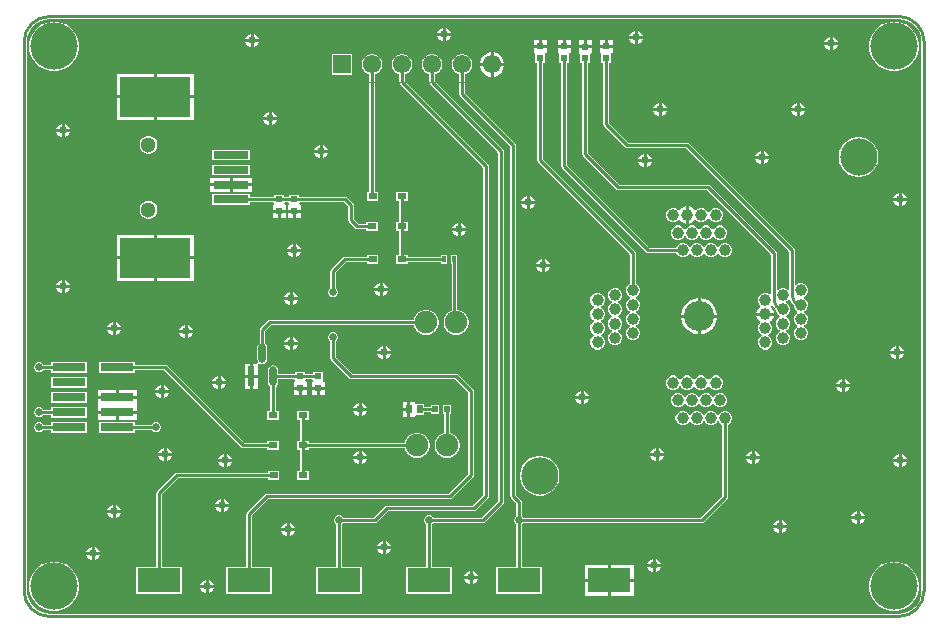
<source format=gtl>
G04*
G04 #@! TF.GenerationSoftware,Altium Limited,Altium Designer,21.3.2 (30)*
G04*
G04 Layer_Physical_Order=1*
G04 Layer_Color=255*
%FSLAX44Y44*%
%MOMM*%
G71*
G04*
G04 #@! TF.SameCoordinates,7BEB40AD-1A81-495B-ADFE-364E7EA3D76F*
G04*
G04*
G04 #@! TF.FilePolarity,Positive*
G04*
G01*
G75*
%ADD10C,0.2540*%
%ADD15C,0.0500*%
%ADD16R,0.6000X0.6000*%
%ADD17R,0.5000X0.7000*%
%ADD18R,0.5000X0.6000*%
%ADD19R,0.3100X0.5500*%
G04:AMPARAMS|DCode=20|XSize=1.6587mm|YSize=0.6268mm|CornerRadius=0.3134mm|HoleSize=0mm|Usage=FLASHONLY|Rotation=90.000|XOffset=0mm|YOffset=0mm|HoleType=Round|Shape=RoundedRectangle|*
%AMROUNDEDRECTD20*
21,1,1.6587,0.0000,0,0,90.0*
21,1,1.0319,0.6268,0,0,90.0*
1,1,0.6268,0.0000,0.5159*
1,1,0.6268,0.0000,-0.5159*
1,1,0.6268,0.0000,-0.5159*
1,1,0.6268,0.0000,0.5159*
%
%ADD20ROUNDEDRECTD20*%
%ADD21R,0.6268X1.6587*%
%ADD22R,0.8000X0.6000*%
%ADD23R,3.6500X2.0500*%
%ADD24R,3.0000X0.7000*%
%ADD25R,6.0400X3.4000*%
%ADD26R,2.7900X0.7400*%
%ADD42C,2.5499*%
%ADD43C,3.1501*%
%ADD44C,1.0000*%
%ADD45R,1.5500X1.5500*%
%ADD46C,1.5500*%
%ADD47C,1.3000*%
%ADD48C,1.9050*%
%ADD49C,4.0000*%
%ADD50C,0.6350*%
G36*
X998243Y759311D02*
X1001840Y758220D01*
X1005156Y756447D01*
X1008062Y754062D01*
X1010447Y751156D01*
X1012219Y747840D01*
X1013311Y744243D01*
X1013676Y740535D01*
X1013669Y740501D01*
Y275499D01*
X1013676Y275465D01*
X1013311Y271757D01*
X1012219Y268160D01*
X1010447Y264844D01*
X1008062Y261938D01*
X1005156Y259553D01*
X1001840Y257780D01*
X998243Y256689D01*
X994535Y256324D01*
X994501Y256331D01*
X276860D01*
X276804Y256320D01*
X272852Y256709D01*
X268997Y257878D01*
X265445Y259777D01*
X262332Y262332D01*
X259777Y265445D01*
X257878Y268997D01*
X256709Y272852D01*
X256320Y276804D01*
X256331Y276860D01*
Y740501D01*
X256324Y740535D01*
X256689Y744243D01*
X257780Y747840D01*
X259553Y751156D01*
X261938Y754062D01*
X264844Y756447D01*
X268160Y758220D01*
X271757Y759311D01*
X275465Y759676D01*
X275499Y759669D01*
X994501D01*
X994535Y759676D01*
X998243Y759311D01*
D02*
G37*
%LPC*%
G36*
X610870Y752420D02*
Y748030D01*
X615260D01*
X614445Y749997D01*
X612837Y751605D01*
X610870Y752420D01*
D02*
G37*
G36*
X608330D02*
X606363Y751605D01*
X604755Y749997D01*
X603940Y748030D01*
X608330D01*
Y752420D01*
D02*
G37*
G36*
X773430Y749880D02*
Y745490D01*
X777820D01*
X777005Y747457D01*
X775397Y749065D01*
X773430Y749880D01*
D02*
G37*
G36*
X770890D02*
X768923Y749065D01*
X767315Y747457D01*
X766500Y745490D01*
X770890D01*
Y749880D01*
D02*
G37*
G36*
X448310Y747340D02*
Y742950D01*
X452700D01*
X451885Y744917D01*
X450277Y746525D01*
X448310Y747340D01*
D02*
G37*
G36*
X445770D02*
X443803Y746525D01*
X442195Y744917D01*
X441380Y742950D01*
X445770D01*
Y747340D01*
D02*
G37*
G36*
X615260Y745490D02*
X610870D01*
Y741100D01*
X612837Y741915D01*
X614445Y743523D01*
X615260Y745490D01*
D02*
G37*
G36*
X608330D02*
X603940D01*
X604755Y743523D01*
X606363Y741915D01*
X608330Y741100D01*
Y745490D01*
D02*
G37*
G36*
X938530Y744800D02*
Y740410D01*
X942920D01*
X942105Y742377D01*
X940497Y743985D01*
X938530Y744800D01*
D02*
G37*
G36*
X935990D02*
X934023Y743985D01*
X932415Y742377D01*
X931600Y740410D01*
X935990D01*
Y744800D01*
D02*
G37*
G36*
X777820Y742950D02*
X773430D01*
Y738560D01*
X775397Y739375D01*
X777005Y740983D01*
X777820Y742950D01*
D02*
G37*
G36*
X770890D02*
X766500D01*
X767315Y740983D01*
X768923Y739375D01*
X770890Y738560D01*
Y742950D01*
D02*
G37*
G36*
X752300Y742140D02*
X748030D01*
Y737870D01*
X752300D01*
Y742140D01*
D02*
G37*
G36*
X696420D02*
X692150D01*
Y737870D01*
X696420D01*
Y742140D01*
D02*
G37*
G36*
X716740D02*
X712470D01*
Y737870D01*
X716740D01*
Y742140D01*
D02*
G37*
G36*
X709930D02*
X705660D01*
Y737870D01*
X709930D01*
Y742140D01*
D02*
G37*
G36*
X745490D02*
X741220D01*
Y737870D01*
X745490D01*
Y742140D01*
D02*
G37*
G36*
X689610D02*
X685340D01*
Y737870D01*
X689610D01*
Y742140D01*
D02*
G37*
G36*
X734520Y742060D02*
X730250D01*
Y737790D01*
X734520D01*
Y742060D01*
D02*
G37*
G36*
X727710D02*
X723440D01*
Y737790D01*
X727710D01*
Y742060D01*
D02*
G37*
G36*
X452700Y740410D02*
X448310D01*
Y736020D01*
X450277Y736835D01*
X451885Y738443D01*
X452700Y740410D01*
D02*
G37*
G36*
X445770D02*
X441380D01*
X442195Y738443D01*
X443803Y736835D01*
X445770Y736020D01*
Y740410D01*
D02*
G37*
G36*
X942920Y737870D02*
X938530D01*
Y733480D01*
X940497Y734295D01*
X942105Y735903D01*
X942920Y737870D01*
D02*
G37*
G36*
X935990D02*
X931600D01*
X932415Y735903D01*
X934023Y734295D01*
X935990Y733480D01*
Y737870D01*
D02*
G37*
G36*
X651595Y731650D02*
X651510D01*
Y722630D01*
X660530D01*
Y722715D01*
X659829Y725332D01*
X658474Y727678D01*
X656558Y729594D01*
X654212Y730949D01*
X651595Y731650D01*
D02*
G37*
G36*
X648970D02*
X648885D01*
X646268Y730949D01*
X643922Y729594D01*
X642006Y727678D01*
X640651Y725332D01*
X639950Y722715D01*
Y722630D01*
X648970D01*
Y731650D01*
D02*
G37*
G36*
X992670Y757616D02*
X988530D01*
X984470Y756808D01*
X980645Y755224D01*
X977203Y752924D01*
X974276Y749997D01*
X971976Y746555D01*
X970392Y742730D01*
X969584Y738670D01*
Y734530D01*
X970392Y730470D01*
X971976Y726645D01*
X974276Y723203D01*
X977203Y720276D01*
X980645Y717976D01*
X984470Y716392D01*
X988530Y715584D01*
X992670D01*
X996730Y716392D01*
X1000555Y717976D01*
X1003997Y720276D01*
X1006924Y723203D01*
X1009224Y726645D01*
X1010808Y730470D01*
X1011616Y734530D01*
Y738670D01*
X1010808Y742730D01*
X1009224Y746555D01*
X1006924Y749997D01*
X1003997Y752924D01*
X1000555Y755224D01*
X996730Y756808D01*
X992670Y757616D01*
D02*
G37*
G36*
X281470D02*
X277330D01*
X273270Y756808D01*
X269445Y755224D01*
X266003Y752924D01*
X263076Y749997D01*
X260776Y746555D01*
X259192Y742730D01*
X258384Y738670D01*
Y734530D01*
X259192Y730470D01*
X260776Y726645D01*
X263076Y723203D01*
X266003Y720276D01*
X269445Y717976D01*
X273270Y716392D01*
X277330Y715584D01*
X281470D01*
X285530Y716392D01*
X289355Y717976D01*
X292797Y720276D01*
X295724Y723203D01*
X298024Y726645D01*
X299608Y730470D01*
X300416Y734530D01*
Y738670D01*
X299608Y742730D01*
X298024Y746555D01*
X295724Y749997D01*
X292797Y752924D01*
X289355Y755224D01*
X285530Y756808D01*
X281470Y757616D01*
D02*
G37*
G36*
X532006Y730126D02*
X514474D01*
Y712594D01*
X532006D01*
Y730126D01*
D02*
G37*
G36*
X660530Y720090D02*
X651510D01*
Y711070D01*
X651595D01*
X654212Y711771D01*
X656558Y713126D01*
X658474Y715042D01*
X659829Y717388D01*
X660530Y720005D01*
Y720090D01*
D02*
G37*
G36*
X648970D02*
X639950D01*
Y720005D01*
X640651Y717388D01*
X642006Y715042D01*
X643922Y713126D01*
X646268Y711771D01*
X648885Y711070D01*
X648970D01*
Y720090D01*
D02*
G37*
G36*
X398000Y713350D02*
X366530D01*
Y695080D01*
X398000D01*
Y713350D01*
D02*
G37*
G36*
X363990D02*
X332520D01*
Y695080D01*
X363990D01*
Y713350D01*
D02*
G37*
G36*
X910590Y688920D02*
Y684530D01*
X914980D01*
X914165Y686497D01*
X912557Y688105D01*
X910590Y688920D01*
D02*
G37*
G36*
X908050D02*
X906083Y688105D01*
X904475Y686497D01*
X903660Y684530D01*
X908050D01*
Y688920D01*
D02*
G37*
G36*
X793750D02*
Y684530D01*
X798140D01*
X797325Y686497D01*
X795717Y688105D01*
X793750Y688920D01*
D02*
G37*
G36*
X791210D02*
X789243Y688105D01*
X787635Y686497D01*
X786820Y684530D01*
X791210D01*
Y688920D01*
D02*
G37*
G36*
X914980Y681990D02*
X910590D01*
Y677600D01*
X912557Y678415D01*
X914165Y680023D01*
X914980Y681990D01*
D02*
G37*
G36*
X908050D02*
X903660D01*
X904475Y680023D01*
X906083Y678415D01*
X908050Y677600D01*
Y681990D01*
D02*
G37*
G36*
X798140D02*
X793750D01*
Y677600D01*
X795717Y678415D01*
X797325Y680023D01*
X798140Y681990D01*
D02*
G37*
G36*
X791210D02*
X786820D01*
X787635Y680023D01*
X789243Y678415D01*
X791210Y677600D01*
Y681990D01*
D02*
G37*
G36*
X463550Y681300D02*
Y676910D01*
X467940D01*
X467125Y678877D01*
X465517Y680485D01*
X463550Y681300D01*
D02*
G37*
G36*
X461010D02*
X459043Y680485D01*
X457435Y678877D01*
X456620Y676910D01*
X461010D01*
Y681300D01*
D02*
G37*
G36*
X398000Y692540D02*
X366530D01*
Y674270D01*
X398000D01*
Y692540D01*
D02*
G37*
G36*
X363990D02*
X332520D01*
Y674270D01*
X363990D01*
Y692540D01*
D02*
G37*
G36*
X467940Y674370D02*
X463550D01*
Y669980D01*
X465517Y670795D01*
X467125Y672403D01*
X467940Y674370D01*
D02*
G37*
G36*
X461010D02*
X456620D01*
X457435Y672403D01*
X459043Y670795D01*
X461010Y669980D01*
Y674370D01*
D02*
G37*
G36*
X288290Y671140D02*
Y666750D01*
X292680D01*
X291865Y668717D01*
X290257Y670325D01*
X288290Y671140D01*
D02*
G37*
G36*
X285750D02*
X283783Y670325D01*
X282175Y668717D01*
X281360Y666750D01*
X285750D01*
Y671140D01*
D02*
G37*
G36*
X292680Y664210D02*
X288290D01*
Y659820D01*
X290257Y660635D01*
X291865Y662243D01*
X292680Y664210D01*
D02*
G37*
G36*
X285750D02*
X281360D01*
X282175Y662243D01*
X283783Y660635D01*
X285750Y659820D01*
Y664210D01*
D02*
G37*
G36*
X506730Y653360D02*
Y648970D01*
X511120D01*
X510305Y650937D01*
X508697Y652545D01*
X506730Y653360D01*
D02*
G37*
G36*
X504190D02*
X502223Y652545D01*
X500615Y650937D01*
X499800Y648970D01*
X504190D01*
Y653360D01*
D02*
G37*
G36*
X360249Y660826D02*
X358270D01*
X356359Y660314D01*
X354645Y659324D01*
X353246Y657925D01*
X352256Y656211D01*
X351744Y654299D01*
Y652320D01*
X352256Y650409D01*
X353246Y648695D01*
X354645Y647296D01*
X356359Y646306D01*
X358270Y645794D01*
X360249D01*
X362161Y646306D01*
X363875Y647296D01*
X365274Y648695D01*
X366264Y650409D01*
X366776Y652320D01*
Y654299D01*
X366264Y656211D01*
X365274Y657925D01*
X363875Y659324D01*
X362161Y660314D01*
X360249Y660826D01*
D02*
G37*
G36*
X880110Y648280D02*
Y643890D01*
X884500D01*
X883685Y645857D01*
X882077Y647465D01*
X880110Y648280D01*
D02*
G37*
G36*
X877570D02*
X875603Y647465D01*
X873995Y645857D01*
X873180Y643890D01*
X877570D01*
Y648280D01*
D02*
G37*
G36*
X511120Y646430D02*
X506730D01*
Y642040D01*
X508697Y642855D01*
X510305Y644463D01*
X511120Y646430D01*
D02*
G37*
G36*
X504190D02*
X499800D01*
X500615Y644463D01*
X502223Y642855D01*
X504190Y642040D01*
Y646430D01*
D02*
G37*
G36*
X781050Y645740D02*
Y641350D01*
X785440D01*
X784625Y643317D01*
X783017Y644925D01*
X781050Y645740D01*
D02*
G37*
G36*
X778510D02*
X776543Y644925D01*
X774935Y643317D01*
X774120Y641350D01*
X778510D01*
Y645740D01*
D02*
G37*
G36*
X445276Y649076D02*
X413244D01*
Y640044D01*
X445276D01*
Y649076D01*
D02*
G37*
G36*
X884500Y641350D02*
X880110D01*
Y636960D01*
X882077Y637775D01*
X883685Y639383D01*
X884500Y641350D01*
D02*
G37*
G36*
X877570D02*
X873180D01*
X873995Y639383D01*
X875603Y637775D01*
X877570Y636960D01*
Y641350D01*
D02*
G37*
G36*
X785440Y638810D02*
X781050D01*
Y634420D01*
X783017Y635235D01*
X784625Y636843D01*
X785440Y638810D01*
D02*
G37*
G36*
X778510D02*
X774120D01*
X774935Y636843D01*
X776543Y635235D01*
X778510Y634420D01*
Y638810D01*
D02*
G37*
G36*
X445276Y636576D02*
X413244D01*
Y627544D01*
X445276D01*
Y636576D01*
D02*
G37*
G36*
X962152Y659765D02*
X958850D01*
X955610Y659121D01*
X952559Y657857D01*
X949813Y656022D01*
X947478Y653687D01*
X945643Y650940D01*
X944379Y647889D01*
X943735Y644650D01*
Y641347D01*
X944379Y638108D01*
X945643Y635056D01*
X947478Y632310D01*
X949813Y629975D01*
X952559Y628140D01*
X955610Y626876D01*
X958850Y626232D01*
X962152D01*
X965392Y626876D01*
X968443Y628140D01*
X971189Y629975D01*
X973524Y632310D01*
X975359Y635056D01*
X976623Y638108D01*
X977268Y641347D01*
Y644650D01*
X976623Y647889D01*
X975359Y650940D01*
X973524Y653687D01*
X971189Y656022D01*
X968443Y657857D01*
X965392Y659121D01*
X962152Y659765D01*
D02*
G37*
G36*
X446800Y625600D02*
X430530D01*
Y620830D01*
X446800D01*
Y625600D01*
D02*
G37*
G36*
X427990D02*
X411720D01*
Y620830D01*
X427990D01*
Y625600D01*
D02*
G37*
G36*
X446800Y618290D02*
X430530D01*
Y613520D01*
X446800D01*
Y618290D01*
D02*
G37*
G36*
X427990D02*
X411720D01*
Y613520D01*
X427990D01*
Y618290D01*
D02*
G37*
G36*
X996950Y612720D02*
Y608330D01*
X1001340D01*
X1000525Y610297D01*
X998917Y611905D01*
X996950Y612720D01*
D02*
G37*
G36*
X994410D02*
X992443Y611905D01*
X990835Y610297D01*
X990020Y608330D01*
X994410D01*
Y612720D01*
D02*
G37*
G36*
X681990Y610180D02*
Y605790D01*
X686380D01*
X685565Y607757D01*
X683957Y609365D01*
X681990Y610180D01*
D02*
G37*
G36*
X679450D02*
X677483Y609365D01*
X675875Y607757D01*
X675060Y605790D01*
X679450D01*
Y610180D01*
D02*
G37*
G36*
X549794Y730126D02*
X547486D01*
X545256Y729529D01*
X543258Y728374D01*
X541626Y726742D01*
X540471Y724744D01*
X539874Y722514D01*
Y720206D01*
X540471Y717976D01*
X541626Y715978D01*
X543258Y714345D01*
X545256Y713191D01*
X546309Y712909D01*
Y613616D01*
X544024D01*
Y605584D01*
X554056D01*
Y613616D01*
X550971D01*
Y712909D01*
X552024Y713191D01*
X554022Y714345D01*
X555654Y715978D01*
X556809Y717976D01*
X557406Y720206D01*
Y722514D01*
X556809Y724744D01*
X555654Y726742D01*
X554022Y728374D01*
X552024Y729529D01*
X549794Y730126D01*
D02*
G37*
G36*
X1001340Y605790D02*
X996950D01*
Y601400D01*
X998917Y602215D01*
X1000525Y603823D01*
X1001340Y605790D01*
D02*
G37*
G36*
X994410D02*
X990020D01*
X990835Y603823D01*
X992443Y602215D01*
X994410Y601400D01*
Y605790D01*
D02*
G37*
G36*
X686380Y603250D02*
X681990D01*
Y598860D01*
X683957Y599675D01*
X685565Y601283D01*
X686380Y603250D01*
D02*
G37*
G36*
X679450D02*
X675060D01*
X675875Y601283D01*
X677483Y599675D01*
X679450Y598860D01*
Y603250D01*
D02*
G37*
G36*
X814230Y601465D02*
X812590Y601026D01*
X810870Y600033D01*
X809466Y598629D01*
X809360Y598444D01*
X807773Y598236D01*
X806909Y599099D01*
X804698Y600015D01*
X802304D01*
X800093Y599099D01*
X798401Y597407D01*
X797485Y595196D01*
Y592803D01*
X798401Y590592D01*
X800093Y588899D01*
X802304Y587983D01*
X804698D01*
X806909Y588899D01*
X807773Y589763D01*
X809360Y589554D01*
X809466Y589370D01*
X810870Y587966D01*
X812590Y586973D01*
X814230Y586534D01*
Y593999D01*
Y601465D01*
D02*
G37*
G36*
X488140Y595790D02*
X483870D01*
Y591520D01*
X488140D01*
Y595790D01*
D02*
G37*
G36*
X481330D02*
X477060D01*
Y591520D01*
X481330D01*
Y595790D01*
D02*
G37*
G36*
X475440D02*
X471170D01*
Y591520D01*
X475440D01*
Y595790D01*
D02*
G37*
G36*
X468630D02*
X464360D01*
Y591520D01*
X468630D01*
Y595790D01*
D02*
G37*
G36*
X360249Y605826D02*
X358270D01*
X356359Y605314D01*
X354645Y604324D01*
X353246Y602925D01*
X352256Y601211D01*
X351744Y599300D01*
Y597321D01*
X352256Y595409D01*
X353246Y593695D01*
X354645Y592296D01*
X356359Y591306D01*
X358270Y590794D01*
X360249D01*
X362161Y591306D01*
X363875Y592296D01*
X365274Y593695D01*
X366264Y595409D01*
X366776Y597321D01*
Y599300D01*
X366264Y601211D01*
X365274Y602925D01*
X363875Y604324D01*
X362161Y605314D01*
X360249Y605826D01*
D02*
G37*
G36*
X816770Y601465D02*
Y593999D01*
Y586534D01*
X818410Y586973D01*
X820130Y587966D01*
X821534Y589370D01*
X821641Y589556D01*
X823228Y589765D01*
X824094Y588899D01*
X826305Y587983D01*
X828698D01*
X830909Y588899D01*
X832602Y590592D01*
X832866Y591230D01*
X834136D01*
X834400Y590592D01*
X836093Y588899D01*
X838304Y587983D01*
X840697D01*
X842908Y588899D01*
X844601Y590592D01*
X845517Y592803D01*
Y595196D01*
X844601Y597407D01*
X842908Y599099D01*
X840697Y600015D01*
X838304D01*
X836093Y599099D01*
X834400Y597407D01*
X834136Y596769D01*
X832866D01*
X832602Y597407D01*
X830909Y599099D01*
X828698Y600015D01*
X826305D01*
X824094Y599099D01*
X823228Y598234D01*
X821641Y598443D01*
X821534Y598629D01*
X820130Y600033D01*
X818410Y601026D01*
X816770Y601465D01*
D02*
G37*
G36*
X623570Y587320D02*
Y582930D01*
X627960D01*
X627145Y584897D01*
X625537Y586505D01*
X623570Y587320D01*
D02*
G37*
G36*
X621030D02*
X619063Y586505D01*
X617455Y584897D01*
X616640Y582930D01*
X621030D01*
Y587320D01*
D02*
G37*
G36*
X844698Y585014D02*
X842304D01*
X840093Y584098D01*
X838401Y582406D01*
X838135Y581765D01*
X836865D01*
X836600Y582406D01*
X834907Y584098D01*
X832696Y585014D01*
X830303D01*
X828092Y584098D01*
X826399Y582406D01*
X826135Y581768D01*
X824865D01*
X824601Y582406D01*
X822908Y584098D01*
X820697Y585014D01*
X818304D01*
X816093Y584098D01*
X814400Y582406D01*
X814136Y581768D01*
X812866D01*
X812602Y582406D01*
X810909Y584098D01*
X808698Y585014D01*
X806305D01*
X804094Y584098D01*
X802401Y582406D01*
X801486Y580195D01*
Y577801D01*
X802401Y575590D01*
X804094Y573898D01*
X806305Y572982D01*
X808698D01*
X810909Y573898D01*
X812602Y575590D01*
X812866Y576228D01*
X814136D01*
X814400Y575590D01*
X816093Y573898D01*
X818304Y572982D01*
X820697D01*
X822908Y573898D01*
X824601Y575590D01*
X824865Y576228D01*
X826135D01*
X826399Y575590D01*
X828092Y573898D01*
X830303Y572982D01*
X832696D01*
X834907Y573898D01*
X836600Y575590D01*
X836865Y576232D01*
X838135D01*
X838401Y575590D01*
X840093Y573898D01*
X842304Y572982D01*
X844698D01*
X846909Y573898D01*
X848601Y575590D01*
X849517Y577801D01*
Y580195D01*
X848601Y582406D01*
X846909Y584098D01*
X844698Y585014D01*
D02*
G37*
G36*
X445276Y611576D02*
X413244D01*
Y602544D01*
X445276D01*
Y604729D01*
X464986D01*
X465496Y604219D01*
X465297Y602804D01*
X464798Y602600D01*
X464360D01*
Y598330D01*
X469900D01*
X475440D01*
Y602600D01*
X475002D01*
X474503Y602804D01*
X474304Y604219D01*
X474814Y604729D01*
X477686D01*
X478196Y604219D01*
X477997Y602804D01*
X477498Y602600D01*
X477060D01*
Y598330D01*
X482600D01*
X488140D01*
Y602600D01*
X487702D01*
X487203Y602804D01*
X487004Y604219D01*
X487514Y604729D01*
X524815D01*
X528529Y601015D01*
Y589280D01*
X528707Y588388D01*
X529212Y587632D01*
X534292Y582552D01*
X535048Y582047D01*
X535940Y581869D01*
X543624D01*
Y580184D01*
X553656D01*
Y588216D01*
X543624D01*
Y586531D01*
X536906D01*
X533191Y590246D01*
Y601980D01*
X533013Y602872D01*
X532508Y603628D01*
X527428Y608708D01*
X526672Y609213D01*
X525780Y609391D01*
X486616D01*
Y611076D01*
X478584D01*
Y609391D01*
X473916D01*
Y611076D01*
X465884D01*
Y609391D01*
X445276D01*
Y611576D01*
D02*
G37*
G36*
X627960Y580390D02*
X623570D01*
Y576000D01*
X625537Y576815D01*
X627145Y578423D01*
X627960Y580390D01*
D02*
G37*
G36*
X621030D02*
X616640D01*
X617455Y578423D01*
X619063Y576815D01*
X621030Y576000D01*
Y580390D01*
D02*
G37*
G36*
X483870Y569540D02*
Y565150D01*
X488260D01*
X487445Y567117D01*
X485837Y568725D01*
X483870Y569540D01*
D02*
G37*
G36*
X481330D02*
X479363Y568725D01*
X477755Y567117D01*
X476940Y565150D01*
X481330D01*
Y569540D01*
D02*
G37*
G36*
X398000Y577350D02*
X366530D01*
Y559080D01*
X398000D01*
Y577350D01*
D02*
G37*
G36*
X363990D02*
X332520D01*
Y559080D01*
X363990D01*
Y577350D01*
D02*
G37*
G36*
X488260Y562610D02*
X483870D01*
Y558220D01*
X485837Y559035D01*
X487445Y560643D01*
X488260Y562610D01*
D02*
G37*
G36*
X481330D02*
X476940D01*
X477755Y560643D01*
X479363Y559035D01*
X481330Y558220D01*
Y562610D01*
D02*
G37*
G36*
X716740Y735330D02*
X711200D01*
X705660D01*
Y731060D01*
X706098D01*
X707184Y730616D01*
X707184Y729790D01*
Y722584D01*
X708869D01*
Y635000D01*
X709047Y634108D01*
X709552Y633352D01*
X780553Y562351D01*
X781309Y561846D01*
X782201Y561669D01*
X805953D01*
X806399Y560592D01*
X808092Y558899D01*
X810303Y557983D01*
X812696D01*
X814907Y558899D01*
X816600Y560592D01*
X816865Y561233D01*
X818135D01*
X818401Y560592D01*
X820093Y558899D01*
X822304Y557983D01*
X824698D01*
X826909Y558899D01*
X828601Y560592D01*
X828866Y561230D01*
X830135D01*
X830400Y560592D01*
X832092Y558899D01*
X834303Y557983D01*
X836697D01*
X838908Y558899D01*
X840600Y560592D01*
X840866Y561233D01*
X842136D01*
X842401Y560592D01*
X844094Y558899D01*
X846305Y557983D01*
X848698D01*
X850909Y558899D01*
X852602Y560592D01*
X853518Y562803D01*
Y565196D01*
X852602Y567407D01*
X850909Y569100D01*
X848698Y570015D01*
X846305D01*
X844094Y569100D01*
X842401Y567407D01*
X842136Y566766D01*
X840866D01*
X840600Y567407D01*
X838908Y569100D01*
X836697Y570015D01*
X834303D01*
X832092Y569100D01*
X830400Y567407D01*
X830135Y566769D01*
X828866D01*
X828601Y567407D01*
X826909Y569100D01*
X824698Y570015D01*
X822304D01*
X820093Y569100D01*
X818401Y567407D01*
X818135Y566766D01*
X816865D01*
X816600Y567407D01*
X814907Y569100D01*
X812696Y570015D01*
X810303D01*
X808092Y569100D01*
X806399Y567407D01*
X805953Y566330D01*
X783166D01*
X713531Y635965D01*
Y722584D01*
X715216D01*
X715216Y730616D01*
X716302Y731060D01*
X716740D01*
Y735330D01*
D02*
G37*
G36*
X579056Y613616D02*
X569024D01*
Y605584D01*
X571309D01*
Y588216D01*
X568624D01*
Y580184D01*
X571309D01*
Y560276D01*
X569024D01*
Y552244D01*
X579056D01*
Y553929D01*
X607034D01*
Y552494D01*
X612166D01*
Y560026D01*
X607034D01*
Y558591D01*
X579056D01*
Y560276D01*
X575971D01*
Y580184D01*
X578656D01*
Y588216D01*
X575971D01*
Y605584D01*
X579056D01*
Y613616D01*
D02*
G37*
G36*
X694690Y556840D02*
Y552450D01*
X699080D01*
X698265Y554417D01*
X696657Y556025D01*
X694690Y556840D01*
D02*
G37*
G36*
X692150D02*
X690183Y556025D01*
X688575Y554417D01*
X687760Y552450D01*
X692150D01*
Y556840D01*
D02*
G37*
G36*
X554056Y560276D02*
X544024D01*
Y558591D01*
X525780D01*
X524888Y558413D01*
X524132Y557908D01*
X513972Y547748D01*
X513467Y546992D01*
X513289Y546100D01*
Y531891D01*
X513246Y531873D01*
X512067Y530694D01*
X511429Y529154D01*
Y527486D01*
X512067Y525946D01*
X513246Y524767D01*
X514786Y524129D01*
X516454D01*
X517994Y524767D01*
X519173Y525946D01*
X519811Y527486D01*
Y529154D01*
X519173Y530694D01*
X517994Y531873D01*
X517951Y531891D01*
Y545135D01*
X526745Y553929D01*
X544024D01*
Y552244D01*
X554056D01*
Y560276D01*
D02*
G37*
G36*
X699080Y549910D02*
X694690D01*
Y545520D01*
X696657Y546335D01*
X698265Y547943D01*
X699080Y549910D01*
D02*
G37*
G36*
X692150D02*
X687760D01*
X688575Y547943D01*
X690183Y546335D01*
X692150Y545520D01*
Y549910D01*
D02*
G37*
G36*
X398000Y556540D02*
X366530D01*
Y538270D01*
X398000D01*
Y556540D01*
D02*
G37*
G36*
X363990D02*
X332520D01*
Y538270D01*
X363990D01*
Y556540D01*
D02*
G37*
G36*
X288290Y539060D02*
Y534670D01*
X292680D01*
X291865Y536637D01*
X290257Y538245D01*
X288290Y539060D01*
D02*
G37*
G36*
X285750D02*
X283783Y538245D01*
X282175Y536637D01*
X281360Y534670D01*
X285750D01*
Y539060D01*
D02*
G37*
G36*
X557530Y536520D02*
Y532130D01*
X561920D01*
X561105Y534097D01*
X559497Y535705D01*
X557530Y536520D01*
D02*
G37*
G36*
X554990D02*
X553023Y535705D01*
X551415Y534097D01*
X550600Y532130D01*
X554990D01*
Y536520D01*
D02*
G37*
G36*
X752300Y735330D02*
X746760D01*
X741220D01*
Y731060D01*
X741658D01*
X742744Y730616D01*
X742744Y729790D01*
Y722584D01*
X744429D01*
Y670560D01*
X744607Y669668D01*
X745112Y668912D01*
X762892Y651132D01*
X763648Y650627D01*
X764540Y650449D01*
X814375D01*
X901909Y562915D01*
Y530894D01*
X901476Y530582D01*
X900870Y530407D01*
X900618Y530389D01*
X899908Y531099D01*
X897697Y532014D01*
X895304D01*
X893093Y531099D01*
X892601Y530606D01*
X891331Y531133D01*
Y561340D01*
X891153Y562232D01*
X890648Y562988D01*
X834768Y618868D01*
X834012Y619373D01*
X833120Y619551D01*
X757885D01*
X731311Y646125D01*
Y722504D01*
X732996D01*
X732996Y730536D01*
X734082Y730980D01*
X734520D01*
Y735250D01*
X728980D01*
X723440D01*
Y730980D01*
X723878D01*
X724964Y730536D01*
X724964Y729710D01*
Y722504D01*
X726649D01*
Y645160D01*
X726827Y644268D01*
X727332Y643512D01*
X755272Y615572D01*
X756028Y615067D01*
X756920Y614889D01*
X832155D01*
X886669Y560375D01*
Y527132D01*
X885399Y526606D01*
X884907Y527098D01*
X882696Y528014D01*
X880303D01*
X878092Y527098D01*
X876399Y525406D01*
X875483Y523195D01*
Y520801D01*
X876399Y518590D01*
X877263Y517726D01*
X877054Y516139D01*
X876870Y516032D01*
X875466Y514629D01*
X874473Y512909D01*
X874034Y511269D01*
X888965D01*
X888526Y512909D01*
X887533Y514629D01*
X886476Y515685D01*
X886396Y517046D01*
X886418Y517130D01*
X887846Y516821D01*
X887952Y516565D01*
X889521Y514520D01*
X890485Y513781D01*
Y512803D01*
X891401Y510592D01*
X893093Y508899D01*
X893734Y508634D01*
Y507364D01*
X893093Y507098D01*
X891401Y505406D01*
X890485Y503195D01*
Y500801D01*
X891401Y498590D01*
X893093Y496898D01*
X893731Y496633D01*
Y495364D01*
X893093Y495099D01*
X891401Y493407D01*
X890485Y491196D01*
Y488802D01*
X891401Y486591D01*
X893093Y484899D01*
X895304Y483983D01*
X897697D01*
X899908Y484899D01*
X901601Y486591D01*
X902517Y488802D01*
Y491196D01*
X901601Y493407D01*
X899908Y495099D01*
X899270Y495364D01*
Y496633D01*
X899908Y496898D01*
X901601Y498590D01*
X902517Y500801D01*
Y503195D01*
X901601Y505406D01*
X899908Y507098D01*
X899267Y507364D01*
Y508634D01*
X899908Y508899D01*
X901601Y510592D01*
X902517Y512803D01*
Y515196D01*
X901601Y517407D01*
X899908Y519100D01*
X899270Y519364D01*
Y520634D01*
X899908Y520898D01*
X901105Y522094D01*
X902572Y521870D01*
X903162Y520447D01*
X904692Y518452D01*
X905486Y517843D01*
Y516803D01*
X906402Y514592D01*
X908094Y512900D01*
X908735Y512634D01*
Y511364D01*
X908094Y511099D01*
X906402Y509406D01*
X905486Y507195D01*
Y504802D01*
X906402Y502591D01*
X908094Y500898D01*
X908732Y500634D01*
Y499364D01*
X908094Y499100D01*
X906402Y497407D01*
X905486Y495196D01*
Y492803D01*
X906402Y490592D01*
X908094Y488899D01*
X910305Y487984D01*
X912699D01*
X914910Y488899D01*
X916602Y490592D01*
X917518Y492803D01*
Y495196D01*
X916602Y497407D01*
X914910Y499100D01*
X914271Y499364D01*
Y500634D01*
X914910Y500898D01*
X916602Y502591D01*
X917518Y504802D01*
Y507195D01*
X916602Y509406D01*
X914910Y511099D01*
X914268Y511364D01*
Y512634D01*
X914910Y512900D01*
X916602Y514592D01*
X917518Y516803D01*
Y519197D01*
X916602Y521408D01*
X914910Y523100D01*
X914271Y523364D01*
Y524635D01*
X914910Y524899D01*
X916602Y526591D01*
X917518Y528802D01*
Y531196D01*
X916602Y533407D01*
X914910Y535099D01*
X912699Y536015D01*
X910305D01*
X908094Y535099D01*
X907744Y534749D01*
X906571Y535235D01*
Y563880D01*
X906393Y564772D01*
X905888Y565528D01*
X816988Y654428D01*
X816232Y654933D01*
X815340Y655111D01*
X765506D01*
X749091Y671525D01*
Y722584D01*
X750776D01*
X750776Y730616D01*
X751862Y731060D01*
X752300D01*
Y735330D01*
D02*
G37*
G36*
X292680Y532130D02*
X288290D01*
Y527740D01*
X290257Y528555D01*
X291865Y530163D01*
X292680Y532130D01*
D02*
G37*
G36*
X285750D02*
X281360D01*
X282175Y530163D01*
X283783Y528555D01*
X285750Y527740D01*
Y532130D01*
D02*
G37*
G36*
X561920Y529590D02*
X557530D01*
Y525200D01*
X559497Y526015D01*
X561105Y527623D01*
X561920Y529590D01*
D02*
G37*
G36*
X554990D02*
X550600D01*
X551415Y527623D01*
X553023Y526015D01*
X554990Y525200D01*
Y529590D01*
D02*
G37*
G36*
X481330Y528900D02*
Y524510D01*
X485720D01*
X484905Y526477D01*
X483297Y528085D01*
X481330Y528900D01*
D02*
G37*
G36*
X478790D02*
X476823Y528085D01*
X475215Y526477D01*
X474400Y524510D01*
X478790D01*
Y528900D01*
D02*
G37*
G36*
X485720Y521970D02*
X481330D01*
Y517580D01*
X483297Y518395D01*
X484905Y520003D01*
X485720Y521970D01*
D02*
G37*
G36*
X478790D02*
X474400D01*
X475215Y520003D01*
X476823Y518395D01*
X478790Y517580D01*
Y521970D01*
D02*
G37*
G36*
X827006Y523289D02*
X826770D01*
Y509270D01*
X840789D01*
Y509506D01*
X840202Y512460D01*
X839049Y515242D01*
X837376Y517747D01*
X835247Y519876D01*
X832742Y521549D01*
X829960Y522702D01*
X827006Y523289D01*
D02*
G37*
G36*
X824230D02*
X823994D01*
X821040Y522702D01*
X818258Y521549D01*
X815753Y519876D01*
X813624Y517747D01*
X811951Y515242D01*
X810798Y512460D01*
X810210Y509506D01*
Y509270D01*
X824230D01*
Y523289D01*
D02*
G37*
G36*
X331470Y503500D02*
Y499110D01*
X335860D01*
X335045Y501077D01*
X333437Y502685D01*
X331470Y503500D01*
D02*
G37*
G36*
X328930D02*
X326963Y502685D01*
X325355Y501077D01*
X324540Y499110D01*
X328930D01*
Y503500D01*
D02*
G37*
G36*
X392430Y500960D02*
Y496570D01*
X396820D01*
X396005Y498537D01*
X394397Y500145D01*
X392430Y500960D01*
D02*
G37*
G36*
X389890D02*
X387923Y500145D01*
X386315Y498537D01*
X385500Y496570D01*
X389890D01*
Y500960D01*
D02*
G37*
G36*
X840789Y506730D02*
X826770D01*
Y492710D01*
X827006D01*
X829960Y493298D01*
X832742Y494451D01*
X835247Y496124D01*
X837376Y498254D01*
X839049Y500758D01*
X840202Y503540D01*
X840789Y506494D01*
Y506730D01*
D02*
G37*
G36*
X824230D02*
X810210D01*
Y506494D01*
X810798Y503540D01*
X811951Y500758D01*
X813624Y498254D01*
X815753Y496124D01*
X818258Y494451D01*
X821040Y493298D01*
X823994Y492710D01*
X824230D01*
Y506730D01*
D02*
G37*
G36*
X620566Y560026D02*
X615434D01*
Y552494D01*
X615949D01*
Y512812D01*
X615691Y512743D01*
X613288Y511355D01*
X611325Y509392D01*
X609937Y506989D01*
X609219Y504308D01*
Y501532D01*
X609937Y498851D01*
X611325Y496448D01*
X613288Y494485D01*
X615691Y493097D01*
X618372Y492379D01*
X621148D01*
X623829Y493097D01*
X626232Y494485D01*
X628195Y496448D01*
X629583Y498851D01*
X630301Y501532D01*
Y504308D01*
X629583Y506989D01*
X628195Y509392D01*
X626232Y511355D01*
X623829Y512743D01*
X621148Y513461D01*
X620611D01*
Y555980D01*
X620566Y556205D01*
Y560026D01*
D02*
G37*
G36*
X595748Y513461D02*
X592972D01*
X590291Y512743D01*
X587888Y511355D01*
X585925Y509392D01*
X584537Y506989D01*
X584072Y505251D01*
X462280D01*
X461388Y505073D01*
X460632Y504568D01*
X454022Y497958D01*
X453517Y497202D01*
X453339Y496310D01*
Y485327D01*
X452678Y484886D01*
X451761Y483513D01*
X451438Y481894D01*
Y471575D01*
X451761Y469955D01*
X452197Y469302D01*
X451517Y468034D01*
X451216Y468034D01*
Y468034D01*
X451196Y468034D01*
X447790D01*
Y458470D01*
X452194D01*
X452194Y467044D01*
Y467071D01*
Y467071D01*
X452194Y467378D01*
X453451Y468066D01*
X454051Y467665D01*
X455670Y467343D01*
X457289Y467665D01*
X458662Y468583D01*
X459579Y469955D01*
X459902Y471575D01*
Y481894D01*
X459579Y483513D01*
X458662Y484886D01*
X458001Y485327D01*
Y495345D01*
X463245Y500589D01*
X584072D01*
X584537Y498851D01*
X585925Y496448D01*
X587888Y494485D01*
X590291Y493097D01*
X592972Y492379D01*
X595748D01*
X598429Y493097D01*
X600832Y494485D01*
X602795Y496448D01*
X604183Y498851D01*
X604901Y501532D01*
Y504308D01*
X604183Y506989D01*
X602795Y509392D01*
X600832Y511355D01*
X598429Y512743D01*
X595748Y513461D01*
D02*
G37*
G36*
X335860Y496570D02*
X331470D01*
Y492180D01*
X333437Y492995D01*
X335045Y494603D01*
X335860Y496570D01*
D02*
G37*
G36*
X328930D02*
X324540D01*
X325355Y494603D01*
X326963Y492995D01*
X328930Y492180D01*
Y496570D01*
D02*
G37*
G36*
X396820Y494030D02*
X392430D01*
Y489640D01*
X394397Y490455D01*
X396005Y492063D01*
X396820Y494030D01*
D02*
G37*
G36*
X389890D02*
X385500D01*
X386315Y492063D01*
X387923Y490455D01*
X389890Y489640D01*
Y494030D01*
D02*
G37*
G36*
X696420Y735330D02*
X690880D01*
X685340D01*
Y731060D01*
X685778D01*
X686864Y730616D01*
X686864Y729790D01*
Y722584D01*
X688549D01*
Y640080D01*
X688727Y639188D01*
X689232Y638432D01*
X767289Y560375D01*
Y535595D01*
X766093Y535099D01*
X764400Y533407D01*
X763485Y531196D01*
Y528802D01*
X764400Y526591D01*
X766093Y524899D01*
X766731Y524635D01*
Y523364D01*
X766093Y523100D01*
X764400Y521408D01*
X763485Y519197D01*
Y516803D01*
X764400Y514592D01*
X766093Y512900D01*
X766734Y512634D01*
Y511364D01*
X766093Y511099D01*
X764400Y509406D01*
X763485Y507195D01*
Y504802D01*
X764400Y502591D01*
X766093Y500898D01*
X766731Y500634D01*
Y499364D01*
X766093Y499100D01*
X764400Y497407D01*
X763485Y495196D01*
Y492803D01*
X764400Y490592D01*
X766093Y488899D01*
X768304Y487984D01*
X770697D01*
X772908Y488899D01*
X774601Y490592D01*
X775517Y492803D01*
Y495196D01*
X774601Y497407D01*
X772908Y499100D01*
X772270Y499364D01*
Y500634D01*
X772908Y500898D01*
X774601Y502591D01*
X775517Y504802D01*
Y507195D01*
X774601Y509406D01*
X772908Y511099D01*
X772267Y511364D01*
Y512634D01*
X772908Y512900D01*
X774601Y514592D01*
X775517Y516803D01*
Y519197D01*
X774601Y521408D01*
X772908Y523100D01*
X772270Y523364D01*
Y524635D01*
X772908Y524899D01*
X774601Y526591D01*
X775517Y528802D01*
Y531196D01*
X774601Y533407D01*
X772908Y535099D01*
X771951Y535496D01*
Y561340D01*
X771773Y562232D01*
X771268Y562988D01*
X693211Y641045D01*
Y722584D01*
X694896D01*
X694896Y730616D01*
X695982Y731060D01*
X696420D01*
Y735330D01*
D02*
G37*
G36*
X481330Y490800D02*
Y486410D01*
X485720D01*
X484905Y488377D01*
X483297Y489985D01*
X481330Y490800D01*
D02*
G37*
G36*
X478790D02*
X476823Y489985D01*
X475215Y488377D01*
X474400Y486410D01*
X478790D01*
Y490800D01*
D02*
G37*
G36*
X755696Y532014D02*
X753303D01*
X751092Y531099D01*
X749399Y529406D01*
X748483Y527195D01*
Y524802D01*
X749399Y522591D01*
X751092Y520898D01*
X751730Y520634D01*
Y519364D01*
X751092Y519100D01*
X749399Y517407D01*
X748483Y515196D01*
Y512803D01*
X749399Y510592D01*
X751092Y508899D01*
X751733Y508634D01*
Y507364D01*
X751092Y507098D01*
X749399Y505406D01*
X748483Y503195D01*
Y500801D01*
X749399Y498590D01*
X751092Y496898D01*
X751730Y496633D01*
Y495364D01*
X751092Y495099D01*
X749399Y493407D01*
X748483Y491196D01*
Y488802D01*
X749399Y486591D01*
X751092Y484899D01*
X753303Y483983D01*
X755696D01*
X757907Y484899D01*
X759600Y486591D01*
X760515Y488802D01*
Y491196D01*
X759600Y493407D01*
X757907Y495099D01*
X757269Y495364D01*
Y496633D01*
X757907Y496898D01*
X759600Y498590D01*
X760515Y500801D01*
Y503195D01*
X759600Y505406D01*
X757907Y507098D01*
X757266Y507364D01*
Y508634D01*
X757907Y508899D01*
X759600Y510592D01*
X760515Y512803D01*
Y515196D01*
X759600Y517407D01*
X757907Y519100D01*
X757269Y519364D01*
Y520634D01*
X757907Y520898D01*
X759600Y522591D01*
X760515Y524802D01*
Y527195D01*
X759600Y529406D01*
X757907Y531099D01*
X755696Y532014D01*
D02*
G37*
G36*
X888965Y508729D02*
X874034D01*
X874473Y507089D01*
X875466Y505369D01*
X876870Y503965D01*
X877054Y503859D01*
X877263Y502272D01*
X876399Y501408D01*
X875483Y499197D01*
Y496803D01*
X876399Y494592D01*
X878092Y492900D01*
X878733Y492634D01*
Y491364D01*
X878092Y491099D01*
X876399Y489406D01*
X875483Y487195D01*
Y484802D01*
X876399Y482591D01*
X878092Y480898D01*
X880303Y479982D01*
X882696D01*
X884907Y480898D01*
X886600Y482591D01*
X887515Y484802D01*
Y487195D01*
X886600Y489406D01*
X884907Y491099D01*
X884266Y491364D01*
Y492634D01*
X884907Y492900D01*
X886600Y494592D01*
X887515Y496803D01*
Y499197D01*
X886600Y501408D01*
X885735Y502272D01*
X885945Y503859D01*
X886129Y503965D01*
X887533Y505369D01*
X888526Y507089D01*
X888965Y508729D01*
D02*
G37*
G36*
X740697Y528014D02*
X738304D01*
X736093Y527098D01*
X734401Y525406D01*
X733485Y523195D01*
Y520801D01*
X734401Y518590D01*
X736093Y516898D01*
X736731Y516633D01*
Y515364D01*
X736093Y515099D01*
X734401Y513407D01*
X733485Y511196D01*
Y508802D01*
X734401Y506591D01*
X736093Y504899D01*
X736731Y504635D01*
Y503364D01*
X736093Y503100D01*
X734401Y501408D01*
X733485Y499197D01*
Y496803D01*
X734401Y494592D01*
X736093Y492900D01*
X736734Y492634D01*
Y491364D01*
X736093Y491099D01*
X734401Y489406D01*
X733485Y487195D01*
Y484802D01*
X734401Y482591D01*
X736093Y480898D01*
X738304Y479982D01*
X740697D01*
X742908Y480898D01*
X744601Y482591D01*
X745517Y484802D01*
Y487195D01*
X744601Y489406D01*
X742908Y491099D01*
X742267Y491364D01*
Y492634D01*
X742908Y492900D01*
X744601Y494592D01*
X745517Y496803D01*
Y499197D01*
X744601Y501408D01*
X742908Y503100D01*
X742270Y503364D01*
Y504635D01*
X742908Y504899D01*
X744601Y506591D01*
X745517Y508802D01*
Y511196D01*
X744601Y513407D01*
X742908Y515099D01*
X742270Y515364D01*
Y516633D01*
X742908Y516898D01*
X744601Y518590D01*
X745517Y520801D01*
Y523195D01*
X744601Y525406D01*
X742908Y527098D01*
X740697Y528014D01*
D02*
G37*
G36*
X485720Y483870D02*
X481330D01*
Y479480D01*
X483297Y480295D01*
X484905Y481903D01*
X485720Y483870D01*
D02*
G37*
G36*
X478790D02*
X474400D01*
X475215Y481903D01*
X476823Y480295D01*
X478790Y479480D01*
Y483870D01*
D02*
G37*
G36*
X994410Y483180D02*
Y478790D01*
X998800D01*
X997985Y480757D01*
X996377Y482365D01*
X994410Y483180D01*
D02*
G37*
G36*
X991870D02*
X989903Y482365D01*
X988295Y480757D01*
X987480Y478790D01*
X991870D01*
Y483180D01*
D02*
G37*
G36*
X560070D02*
Y478790D01*
X564460D01*
X563645Y480757D01*
X562037Y482365D01*
X560070Y483180D01*
D02*
G37*
G36*
X557530D02*
X555563Y482365D01*
X553955Y480757D01*
X553140Y478790D01*
X557530D01*
Y483180D01*
D02*
G37*
G36*
X998800Y476250D02*
X994410D01*
Y471860D01*
X996377Y472675D01*
X997985Y474283D01*
X998800Y476250D01*
D02*
G37*
G36*
X991870D02*
X987480D01*
X988295Y474283D01*
X989903Y472675D01*
X991870Y471860D01*
Y476250D01*
D02*
G37*
G36*
X564460D02*
X560070D01*
Y471860D01*
X562037Y472675D01*
X563645Y474283D01*
X564460Y476250D01*
D02*
G37*
G36*
X557530D02*
X553140D01*
X553955Y474283D01*
X555563Y472675D01*
X557530Y471860D01*
Y476250D01*
D02*
G37*
G36*
X307066Y469536D02*
X277134D01*
Y467151D01*
X270271D01*
X270253Y467194D01*
X269074Y468373D01*
X267534Y469011D01*
X265866D01*
X264326Y468373D01*
X263147Y467194D01*
X262509Y465654D01*
Y463986D01*
X263147Y462446D01*
X264326Y461267D01*
X265866Y460629D01*
X267534D01*
X269074Y461267D01*
X270253Y462446D01*
X270271Y462489D01*
X277134D01*
Y460104D01*
X307066D01*
Y469536D01*
D02*
G37*
G36*
X445250Y468034D02*
X440846D01*
Y458470D01*
X445250D01*
Y468034D01*
D02*
G37*
G36*
X840697Y458014D02*
X838304D01*
X836093Y457098D01*
X834400Y455406D01*
X834136Y454768D01*
X832866D01*
X832602Y455406D01*
X830909Y457098D01*
X828698Y458014D01*
X826305D01*
X824094Y457098D01*
X822401Y455406D01*
X822136Y454765D01*
X820866D01*
X820600Y455406D01*
X818908Y457098D01*
X816697Y458014D01*
X814303D01*
X812092Y457098D01*
X810400Y455406D01*
X810135Y454768D01*
X808866D01*
X808601Y455406D01*
X806909Y457098D01*
X804698Y458014D01*
X802304D01*
X800093Y457098D01*
X798401Y455406D01*
X797485Y453195D01*
Y450801D01*
X798401Y448590D01*
X800093Y446898D01*
X802304Y445982D01*
X804698D01*
X806909Y446898D01*
X808601Y448590D01*
X808866Y449229D01*
X810135D01*
X810400Y448590D01*
X812092Y446898D01*
X814303Y445982D01*
X816697D01*
X818908Y446898D01*
X820600Y448590D01*
X820866Y449232D01*
X822136D01*
X822401Y448590D01*
X824094Y446898D01*
X826305Y445982D01*
X828698D01*
X830909Y446898D01*
X832602Y448590D01*
X832866Y449229D01*
X834136D01*
X834400Y448590D01*
X836093Y446898D01*
X838304Y445982D01*
X840697D01*
X842908Y446898D01*
X844601Y448590D01*
X845517Y450801D01*
Y453195D01*
X844601Y455406D01*
X842908Y457098D01*
X840697Y458014D01*
D02*
G37*
G36*
X420370Y457780D02*
Y453390D01*
X424760D01*
X423945Y455357D01*
X422337Y456965D01*
X420370Y457780D01*
D02*
G37*
G36*
X417830D02*
X415863Y456965D01*
X414255Y455357D01*
X413440Y453390D01*
X417830D01*
Y457780D01*
D02*
G37*
G36*
X948690Y455240D02*
Y450850D01*
X953080D01*
X952265Y452817D01*
X950657Y454425D01*
X948690Y455240D01*
D02*
G37*
G36*
X946150D02*
X944183Y454425D01*
X942575Y452817D01*
X941760Y450850D01*
X946150D01*
Y455240D01*
D02*
G37*
G36*
X464820Y466591D02*
X463201Y466269D01*
X461828Y465351D01*
X460911Y463979D01*
X460588Y462359D01*
Y452041D01*
X460911Y450421D01*
X461828Y449049D01*
X462489Y448607D01*
Y428196D01*
X459804D01*
Y420164D01*
X469836D01*
Y428196D01*
X467151D01*
Y448607D01*
X467812Y449049D01*
X468729Y450421D01*
X469052Y452041D01*
Y454869D01*
X482766D01*
X483276Y454359D01*
X483077Y452944D01*
X482578Y452740D01*
X482140D01*
Y448470D01*
X487680D01*
X493220D01*
Y452740D01*
X492782D01*
X492283Y452944D01*
X492084Y454359D01*
X492594Y454869D01*
X498006D01*
X498516Y454359D01*
X498317Y452944D01*
X497818Y452740D01*
X497380D01*
Y448470D01*
X502920D01*
X508460D01*
Y452740D01*
X508022D01*
X506936Y453184D01*
X506936Y454010D01*
Y461216D01*
X498904D01*
Y459531D01*
X491696D01*
Y461216D01*
X483664D01*
Y459531D01*
X469052D01*
Y462359D01*
X468729Y463979D01*
X467812Y465351D01*
X466439Y466269D01*
X464820Y466591D01*
D02*
G37*
G36*
X307066Y456836D02*
X277134D01*
Y447404D01*
X307066D01*
Y456836D01*
D02*
G37*
G36*
X424760Y450850D02*
X420370D01*
Y446460D01*
X422337Y447275D01*
X423945Y448883D01*
X424760Y450850D01*
D02*
G37*
G36*
X417830D02*
X413440D01*
X414255Y448883D01*
X415863Y447275D01*
X417830Y446460D01*
Y450850D01*
D02*
G37*
G36*
X452194Y455930D02*
X447790D01*
Y446366D01*
X452194D01*
Y455930D01*
D02*
G37*
G36*
X445250D02*
X440846D01*
Y446366D01*
X445250D01*
Y455930D01*
D02*
G37*
G36*
X372110Y450160D02*
Y445770D01*
X376500D01*
X375685Y447737D01*
X374077Y449345D01*
X372110Y450160D01*
D02*
G37*
G36*
X369570D02*
X367603Y449345D01*
X365995Y447737D01*
X365180Y445770D01*
X369570D01*
Y450160D01*
D02*
G37*
G36*
X953080Y448310D02*
X948690D01*
Y443920D01*
X950657Y444735D01*
X952265Y446343D01*
X953080Y448310D01*
D02*
G37*
G36*
X946150D02*
X941760D01*
X942575Y446343D01*
X944183Y444735D01*
X946150Y443920D01*
Y448310D01*
D02*
G37*
G36*
X508460Y445930D02*
X504190D01*
Y441660D01*
X508460D01*
Y445930D01*
D02*
G37*
G36*
X501650D02*
X497380D01*
Y441660D01*
X501650D01*
Y445930D01*
D02*
G37*
G36*
X493220D02*
X488950D01*
Y441660D01*
X493220D01*
Y445930D01*
D02*
G37*
G36*
X486410D02*
X482140D01*
Y441660D01*
X486410D01*
Y445930D01*
D02*
G37*
G36*
X349290Y445660D02*
X334070D01*
Y440690D01*
X349290D01*
Y445660D01*
D02*
G37*
G36*
X727710Y445080D02*
Y440690D01*
X732100D01*
X731285Y442657D01*
X729677Y444265D01*
X727710Y445080D01*
D02*
G37*
G36*
X725170D02*
X723203Y444265D01*
X721595Y442657D01*
X720780Y440690D01*
X725170D01*
Y445080D01*
D02*
G37*
G36*
X331530Y445660D02*
X316310D01*
Y440690D01*
X331530D01*
Y445660D01*
D02*
G37*
G36*
X844698Y443015D02*
X842304D01*
X840093Y442099D01*
X838401Y440407D01*
X838135Y439766D01*
X836865D01*
X836600Y440407D01*
X834907Y442099D01*
X832696Y443015D01*
X830303D01*
X828092Y442099D01*
X826399Y440407D01*
X826135Y439769D01*
X824865D01*
X824601Y440407D01*
X822908Y442099D01*
X820697Y443015D01*
X818304D01*
X816093Y442099D01*
X814400Y440407D01*
X814136Y439769D01*
X812866D01*
X812602Y440407D01*
X810909Y442099D01*
X808698Y443015D01*
X806305D01*
X804094Y442099D01*
X802401Y440407D01*
X801486Y438196D01*
Y435803D01*
X802401Y433592D01*
X804094Y431899D01*
X806305Y430983D01*
X808698D01*
X810909Y431899D01*
X812602Y433592D01*
X812866Y434230D01*
X814136D01*
X814400Y433592D01*
X816093Y431899D01*
X818304Y430983D01*
X820697D01*
X822908Y431899D01*
X824601Y433592D01*
X824865Y434230D01*
X826135D01*
X826399Y433592D01*
X828092Y431899D01*
X830303Y430983D01*
X832696D01*
X834907Y431899D01*
X836600Y433592D01*
X836865Y434233D01*
X838135D01*
X838401Y433592D01*
X840093Y431899D01*
X842304Y430983D01*
X844698D01*
X846909Y431899D01*
X848601Y433592D01*
X849517Y435803D01*
Y438196D01*
X848601Y440407D01*
X846909Y442099D01*
X844698Y443015D01*
D02*
G37*
G36*
X376500Y443230D02*
X372110D01*
Y438840D01*
X374077Y439655D01*
X375685Y441263D01*
X376500Y443230D01*
D02*
G37*
G36*
X369570D02*
X365180D01*
X365995Y441263D01*
X367603Y439655D01*
X369570Y438840D01*
Y443230D01*
D02*
G37*
G36*
X307066Y444136D02*
X277134D01*
Y434704D01*
X307066D01*
Y444136D01*
D02*
G37*
G36*
X732100Y438150D02*
X727710D01*
Y433760D01*
X729677Y434575D01*
X731285Y436183D01*
X732100Y438150D01*
D02*
G37*
G36*
X725170D02*
X720780D01*
X721595Y436183D01*
X723203Y434575D01*
X725170Y433760D01*
Y438150D01*
D02*
G37*
G36*
X539750Y434920D02*
Y430530D01*
X544140D01*
X543325Y432497D01*
X541717Y434105D01*
X539750Y434920D01*
D02*
G37*
G36*
X537210D02*
X535243Y434105D01*
X533635Y432497D01*
X532820Y430530D01*
X537210D01*
Y434920D01*
D02*
G37*
G36*
X578340Y435300D02*
X574570D01*
Y430530D01*
X578340D01*
Y435300D01*
D02*
G37*
G36*
X307066Y431436D02*
X277134D01*
Y429051D01*
X270271D01*
X270253Y429094D01*
X269074Y430273D01*
X267534Y430911D01*
X265866D01*
X264326Y430273D01*
X263147Y429094D01*
X262509Y427554D01*
Y425886D01*
X263147Y424346D01*
X264326Y423167D01*
X265866Y422529D01*
X267534D01*
X269074Y423167D01*
X270253Y424346D01*
X270271Y424389D01*
X277134D01*
Y422004D01*
X307066D01*
Y431436D01*
D02*
G37*
G36*
X349290Y438150D02*
X332800D01*
X316310D01*
Y434230D01*
X316310Y433180D01*
X316310Y431910D01*
Y427990D01*
X332800D01*
X349290D01*
Y431910D01*
X349290Y432960D01*
X349290Y434230D01*
Y438150D01*
D02*
G37*
G36*
X584650Y435300D02*
X580880D01*
Y429260D01*
Y423220D01*
X584650D01*
Y423957D01*
X585594Y424744D01*
X585920Y424744D01*
X592626D01*
Y426929D01*
X598624D01*
Y425244D01*
X605656D01*
Y433276D01*
X598624D01*
Y431591D01*
X592626D01*
Y433776D01*
X585920D01*
X585594Y433776D01*
X584650Y434563D01*
Y435300D01*
D02*
G37*
G36*
X544140Y427990D02*
X539750D01*
Y423600D01*
X541717Y424415D01*
X543325Y426023D01*
X544140Y427990D01*
D02*
G37*
G36*
X537210D02*
X532820D01*
X533635Y426023D01*
X535243Y424415D01*
X537210Y423600D01*
Y427990D01*
D02*
G37*
G36*
X578340D02*
X574570D01*
Y423220D01*
X578340D01*
Y427990D01*
D02*
G37*
G36*
X349290Y425450D02*
X334070D01*
Y420480D01*
X349290D01*
Y425450D01*
D02*
G37*
G36*
X331530D02*
X316310D01*
Y420480D01*
X331530D01*
Y425450D01*
D02*
G37*
G36*
X307066Y418736D02*
X277134D01*
Y416351D01*
X270271D01*
X270253Y416394D01*
X269074Y417573D01*
X267534Y418211D01*
X265866D01*
X264326Y417573D01*
X263147Y416394D01*
X262509Y414854D01*
Y413186D01*
X263147Y411646D01*
X264326Y410467D01*
X265866Y409829D01*
X267534D01*
X269074Y410467D01*
X270253Y411646D01*
X270271Y411689D01*
X277134D01*
Y409304D01*
X307066D01*
Y418736D01*
D02*
G37*
G36*
X347766D02*
X317834D01*
Y409304D01*
X347766D01*
Y411689D01*
X362189D01*
X362207Y411646D01*
X363386Y410467D01*
X364926Y409829D01*
X366594D01*
X368134Y410467D01*
X369313Y411646D01*
X369951Y413186D01*
Y414854D01*
X369313Y416394D01*
X368134Y417573D01*
X366594Y418211D01*
X364926D01*
X363386Y417573D01*
X362207Y416394D01*
X362189Y416351D01*
X347766D01*
Y418736D01*
D02*
G37*
G36*
Y469536D02*
X317834D01*
Y460104D01*
X347766D01*
Y462489D01*
X372415D01*
X437772Y397132D01*
X438528Y396627D01*
X439420Y396449D01*
X459804D01*
Y394764D01*
X469836D01*
Y402796D01*
X459804D01*
Y401111D01*
X440385D01*
X375028Y466468D01*
X374272Y466973D01*
X373380Y467151D01*
X347766D01*
Y469536D01*
D02*
G37*
G36*
X791210Y396820D02*
Y392430D01*
X795600D01*
X794785Y394397D01*
X793177Y396005D01*
X791210Y396820D01*
D02*
G37*
G36*
X788670D02*
X786703Y396005D01*
X785095Y394397D01*
X784280Y392430D01*
X788670D01*
Y396820D01*
D02*
G37*
G36*
X374650D02*
Y392430D01*
X379040D01*
X378225Y394397D01*
X376617Y396005D01*
X374650Y396820D01*
D02*
G37*
G36*
X372110D02*
X370143Y396005D01*
X368535Y394397D01*
X367720Y392430D01*
X372110D01*
Y396820D01*
D02*
G37*
G36*
X872490Y394280D02*
Y389890D01*
X876880D01*
X876065Y391857D01*
X874457Y393465D01*
X872490Y394280D01*
D02*
G37*
G36*
X869950D02*
X867983Y393465D01*
X866375Y391857D01*
X865560Y389890D01*
X869950D01*
Y394280D01*
D02*
G37*
G36*
X539750D02*
Y389890D01*
X544140D01*
X543325Y391857D01*
X541717Y393465D01*
X539750Y394280D01*
D02*
G37*
G36*
X537210D02*
X535243Y393465D01*
X533635Y391857D01*
X532820Y389890D01*
X537210D01*
Y394280D01*
D02*
G37*
G36*
X615656Y433276D02*
X608624D01*
Y425244D01*
X609809D01*
Y409068D01*
X608071Y408603D01*
X605668Y407215D01*
X603705Y405252D01*
X602317Y402849D01*
X601599Y400168D01*
Y397392D01*
X602317Y394711D01*
X603705Y392308D01*
X605668Y390345D01*
X608071Y388957D01*
X610752Y388239D01*
X613528D01*
X616209Y388957D01*
X618612Y390345D01*
X620575Y392308D01*
X621963Y394711D01*
X622681Y397392D01*
Y400168D01*
X621963Y402849D01*
X620575Y405252D01*
X618612Y407215D01*
X616209Y408603D01*
X614471Y409068D01*
Y425244D01*
X615656D01*
Y433276D01*
D02*
G37*
G36*
X494836Y428196D02*
X484804D01*
Y420164D01*
X487489D01*
Y402796D01*
X484804D01*
Y394764D01*
X487489D01*
Y377396D01*
X485204D01*
Y369364D01*
X495236D01*
Y377396D01*
X492151D01*
Y394764D01*
X494836D01*
Y396449D01*
X576452D01*
X576917Y394711D01*
X578305Y392308D01*
X580268Y390345D01*
X582671Y388957D01*
X585352Y388239D01*
X588128D01*
X590809Y388957D01*
X593212Y390345D01*
X595175Y392308D01*
X596563Y394711D01*
X597281Y397392D01*
Y400168D01*
X596563Y402849D01*
X595175Y405252D01*
X593212Y407215D01*
X590809Y408603D01*
X588128Y409321D01*
X585352D01*
X582671Y408603D01*
X580268Y407215D01*
X578305Y405252D01*
X576917Y402849D01*
X576452Y401111D01*
X494836D01*
Y402796D01*
X492151D01*
Y420164D01*
X494836D01*
Y428196D01*
D02*
G37*
G36*
X996950Y391740D02*
Y387350D01*
X1001340D01*
X1000525Y389317D01*
X998917Y390925D01*
X996950Y391740D01*
D02*
G37*
G36*
X994410D02*
X992443Y390925D01*
X990835Y389317D01*
X990020Y387350D01*
X994410D01*
Y391740D01*
D02*
G37*
G36*
X425450D02*
Y387350D01*
X429840D01*
X429025Y389317D01*
X427417Y390925D01*
X425450Y391740D01*
D02*
G37*
G36*
X422910D02*
X420943Y390925D01*
X419335Y389317D01*
X418520Y387350D01*
X422910D01*
Y391740D01*
D02*
G37*
G36*
X795600Y389890D02*
X791210D01*
Y385500D01*
X793177Y386315D01*
X794785Y387923D01*
X795600Y389890D01*
D02*
G37*
G36*
X788670D02*
X784280D01*
X785095Y387923D01*
X786703Y386315D01*
X788670Y385500D01*
Y389890D01*
D02*
G37*
G36*
X379040D02*
X374650D01*
Y385500D01*
X376617Y386315D01*
X378225Y387923D01*
X379040Y389890D01*
D02*
G37*
G36*
X372110D02*
X367720D01*
X368535Y387923D01*
X370143Y386315D01*
X372110Y385500D01*
Y389890D01*
D02*
G37*
G36*
X544140Y387350D02*
X539750D01*
Y382960D01*
X541717Y383775D01*
X543325Y385383D01*
X544140Y387350D01*
D02*
G37*
G36*
X537210D02*
X532820D01*
X533635Y385383D01*
X535243Y383775D01*
X537210Y382960D01*
Y387350D01*
D02*
G37*
G36*
X876880D02*
X872490D01*
Y382960D01*
X874457Y383775D01*
X876065Y385383D01*
X876880Y387350D01*
D02*
G37*
G36*
X869950D02*
X865560D01*
X866375Y385383D01*
X867983Y383775D01*
X869950Y382960D01*
Y387350D01*
D02*
G37*
G36*
X422910Y384810D02*
X418520D01*
X419335Y382843D01*
X420943Y381235D01*
X422910Y380420D01*
Y384810D01*
D02*
G37*
G36*
X1001340D02*
X996950D01*
Y380420D01*
X998917Y381235D01*
X1000525Y382843D01*
X1001340Y384810D01*
D02*
G37*
G36*
X994410D02*
X990020D01*
X990835Y382843D01*
X992443Y381235D01*
X994410Y380420D01*
Y384810D01*
D02*
G37*
G36*
X429840D02*
X425450D01*
Y380420D01*
X427417Y381235D01*
X429025Y382843D01*
X429840Y384810D01*
D02*
G37*
G36*
X470236Y377396D02*
X460204D01*
Y375711D01*
X383540D01*
X382648Y375533D01*
X381892Y375028D01*
X366652Y359788D01*
X366147Y359032D01*
X365969Y358140D01*
Y295746D01*
X349034D01*
Y273214D01*
X387566D01*
Y295746D01*
X370631D01*
Y357175D01*
X384505Y371049D01*
X460204D01*
Y369364D01*
X470236D01*
Y377396D01*
D02*
G37*
G36*
X692153Y389766D02*
X688850D01*
X685611Y389121D01*
X682560Y387857D01*
X679814Y386022D01*
X677478Y383687D01*
X675643Y380941D01*
X674379Y377890D01*
X673735Y374650D01*
Y371348D01*
X674379Y368108D01*
X675643Y365057D01*
X677478Y362311D01*
X679814Y359976D01*
X682560Y358141D01*
X685611Y356877D01*
X688850Y356232D01*
X692153D01*
X695392Y356877D01*
X698444Y358141D01*
X701190Y359976D01*
X703525Y362311D01*
X705360Y365057D01*
X706624Y368108D01*
X707268Y371348D01*
Y374650D01*
X706624Y377890D01*
X705360Y380941D01*
X703525Y383687D01*
X701190Y386022D01*
X698444Y387857D01*
X695392Y389121D01*
X692153Y389766D01*
D02*
G37*
G36*
X422910Y353640D02*
Y349250D01*
X427300D01*
X426485Y351217D01*
X424877Y352825D01*
X422910Y353640D01*
D02*
G37*
G36*
X420370D02*
X418403Y352825D01*
X416795Y351217D01*
X415980Y349250D01*
X420370D01*
Y353640D01*
D02*
G37*
G36*
X331470Y348560D02*
Y344170D01*
X335860D01*
X335045Y346137D01*
X333437Y347745D01*
X331470Y348560D01*
D02*
G37*
G36*
X328930D02*
X326963Y347745D01*
X325355Y346137D01*
X324540Y344170D01*
X328930D01*
Y348560D01*
D02*
G37*
G36*
X427300Y346710D02*
X422910D01*
Y342320D01*
X424877Y343135D01*
X426485Y344743D01*
X427300Y346710D01*
D02*
G37*
G36*
X420370D02*
X415980D01*
X416795Y344743D01*
X418403Y343135D01*
X420370Y342320D01*
Y346710D01*
D02*
G37*
G36*
X961390Y343480D02*
Y339090D01*
X965780D01*
X964965Y341057D01*
X963357Y342665D01*
X961390Y343480D01*
D02*
G37*
G36*
X958850D02*
X956883Y342665D01*
X955275Y341057D01*
X954460Y339090D01*
X958850D01*
Y343480D01*
D02*
G37*
G36*
X600594Y730126D02*
X598286D01*
X596056Y729529D01*
X594058Y728374D01*
X592425Y726742D01*
X591271Y724744D01*
X590674Y722514D01*
Y720206D01*
X591271Y717976D01*
X592425Y715978D01*
X594058Y714345D01*
X596056Y713191D01*
X597109Y712909D01*
Y706120D01*
X597287Y705228D01*
X597792Y704472D01*
X655529Y646735D01*
Y351485D01*
X641655Y337611D01*
X600471D01*
X600453Y337654D01*
X599274Y338833D01*
X597734Y339471D01*
X596066D01*
X594526Y338833D01*
X593347Y337654D01*
X592709Y336114D01*
Y334446D01*
X593347Y332906D01*
X594526Y331727D01*
X594569Y331709D01*
Y295746D01*
X577634D01*
Y273214D01*
X616166D01*
Y295746D01*
X599231D01*
Y331709D01*
X599274Y331727D01*
X600453Y332906D01*
X600471Y332949D01*
X642620D01*
X643512Y333127D01*
X644268Y333632D01*
X659508Y348872D01*
X660013Y349628D01*
X660191Y350520D01*
Y647700D01*
X660013Y648592D01*
X659508Y649348D01*
X601771Y707085D01*
Y712909D01*
X602824Y713191D01*
X604822Y714345D01*
X606455Y715978D01*
X607609Y717976D01*
X608206Y720206D01*
Y722514D01*
X607609Y724744D01*
X606455Y726742D01*
X604822Y728374D01*
X602824Y729529D01*
X600594Y730126D01*
D02*
G37*
G36*
X575194D02*
X572886D01*
X570656Y729529D01*
X568658Y728374D01*
X567025Y726742D01*
X565871Y724744D01*
X565274Y722514D01*
Y720206D01*
X565871Y717976D01*
X567025Y715978D01*
X568658Y714345D01*
X570656Y713191D01*
X571709Y712909D01*
Y706120D01*
X571887Y705228D01*
X572392Y704472D01*
X642829Y634035D01*
Y356566D01*
X634035Y347771D01*
X561340D01*
X560448Y347593D01*
X559692Y347088D01*
X550215Y337611D01*
X524271D01*
X524253Y337654D01*
X523074Y338833D01*
X521534Y339471D01*
X519866D01*
X518326Y338833D01*
X517147Y337654D01*
X516509Y336114D01*
Y334446D01*
X517147Y332906D01*
X518326Y331727D01*
X518369Y331709D01*
Y295746D01*
X501434D01*
Y273214D01*
X539966D01*
Y295746D01*
X523031D01*
Y331709D01*
X523074Y331727D01*
X524253Y332906D01*
X524271Y332949D01*
X551180D01*
X552072Y333127D01*
X552828Y333632D01*
X562305Y343109D01*
X635000D01*
X635892Y343287D01*
X636648Y343792D01*
X646808Y353952D01*
X647313Y354708D01*
X647491Y355600D01*
Y635000D01*
X647313Y635892D01*
X646808Y636648D01*
X576371Y707085D01*
Y712909D01*
X577424Y713191D01*
X579422Y714345D01*
X581054Y715978D01*
X582209Y717976D01*
X582806Y720206D01*
Y722514D01*
X582209Y724744D01*
X581054Y726742D01*
X579422Y728374D01*
X577424Y729529D01*
X575194Y730126D01*
D02*
G37*
G36*
X335860Y341630D02*
X331470D01*
Y337240D01*
X333437Y338055D01*
X335045Y339663D01*
X335860Y341630D01*
D02*
G37*
G36*
X328930D02*
X324540D01*
X325355Y339663D01*
X326963Y338055D01*
X328930Y337240D01*
Y341630D01*
D02*
G37*
G36*
X965780Y336550D02*
X961390D01*
Y332160D01*
X963357Y332975D01*
X964965Y334583D01*
X965780Y336550D01*
D02*
G37*
G36*
X958850D02*
X954460D01*
X955275Y334583D01*
X956883Y332975D01*
X958850Y332160D01*
Y336550D01*
D02*
G37*
G36*
X895350Y335860D02*
Y331470D01*
X899740D01*
X898925Y333437D01*
X897317Y335045D01*
X895350Y335860D01*
D02*
G37*
G36*
X892810D02*
X890843Y335045D01*
X889235Y333437D01*
X888420Y331470D01*
X892810D01*
Y335860D01*
D02*
G37*
G36*
X478790Y333320D02*
Y328930D01*
X483180D01*
X482365Y330897D01*
X480757Y332505D01*
X478790Y333320D01*
D02*
G37*
G36*
X476250D02*
X474283Y332505D01*
X472675Y330897D01*
X471860Y328930D01*
X476250D01*
Y333320D01*
D02*
G37*
G36*
X899740Y328930D02*
X895350D01*
Y324540D01*
X897317Y325355D01*
X898925Y326963D01*
X899740Y328930D01*
D02*
G37*
G36*
X892810D02*
X888420D01*
X889235Y326963D01*
X890843Y325355D01*
X892810Y324540D01*
Y328930D01*
D02*
G37*
G36*
X483180Y326390D02*
X478790D01*
Y322000D01*
X480757Y322815D01*
X482365Y324423D01*
X483180Y326390D01*
D02*
G37*
G36*
X476250D02*
X471860D01*
X472675Y324423D01*
X474283Y322815D01*
X476250Y322000D01*
Y326390D01*
D02*
G37*
G36*
X560070Y318080D02*
Y313690D01*
X564460D01*
X563645Y315657D01*
X562037Y317265D01*
X560070Y318080D01*
D02*
G37*
G36*
X557530D02*
X555563Y317265D01*
X553955Y315657D01*
X553140Y313690D01*
X557530D01*
Y318080D01*
D02*
G37*
G36*
X313690Y313000D02*
Y308610D01*
X318080D01*
X317265Y310577D01*
X315657Y312185D01*
X313690Y313000D01*
D02*
G37*
G36*
X311150D02*
X309183Y312185D01*
X307575Y310577D01*
X306760Y308610D01*
X311150D01*
Y313000D01*
D02*
G37*
G36*
X564460Y311150D02*
X560070D01*
Y306760D01*
X562037Y307575D01*
X563645Y309183D01*
X564460Y311150D01*
D02*
G37*
G36*
X557530D02*
X553140D01*
X553955Y309183D01*
X555563Y307575D01*
X557530Y306760D01*
Y311150D01*
D02*
G37*
G36*
X318080Y306070D02*
X313690D01*
Y301680D01*
X315657Y302495D01*
X317265Y304103D01*
X318080Y306070D01*
D02*
G37*
G36*
X311150D02*
X306760D01*
X307575Y304103D01*
X309183Y302495D01*
X311150Y301680D01*
Y306070D01*
D02*
G37*
G36*
X788670Y302840D02*
Y298450D01*
X793060D01*
X792245Y300417D01*
X790637Y302025D01*
X788670Y302840D01*
D02*
G37*
G36*
X786130D02*
X784163Y302025D01*
X782555Y300417D01*
X781740Y298450D01*
X786130D01*
Y302840D01*
D02*
G37*
G36*
X793060Y295910D02*
X788670D01*
Y291520D01*
X790637Y292335D01*
X792245Y293943D01*
X793060Y295910D01*
D02*
G37*
G36*
X786130D02*
X781740D01*
X782555Y293943D01*
X784163Y292335D01*
X786130Y291520D01*
Y295910D01*
D02*
G37*
G36*
X633730Y292680D02*
Y288290D01*
X638120D01*
X637305Y290257D01*
X635697Y291865D01*
X633730Y292680D01*
D02*
G37*
G36*
X631190D02*
X629223Y291865D01*
X627615Y290257D01*
X626800Y288290D01*
X631190D01*
Y292680D01*
D02*
G37*
G36*
X770090Y297270D02*
X750570D01*
Y285750D01*
X770090D01*
Y297270D01*
D02*
G37*
G36*
X748030D02*
X728510D01*
Y285750D01*
X748030D01*
Y297270D01*
D02*
G37*
G36*
X638120Y285750D02*
X633730D01*
Y281360D01*
X635697Y282175D01*
X637305Y283783D01*
X638120Y285750D01*
D02*
G37*
G36*
X631190D02*
X626800D01*
X627615Y283783D01*
X629223Y282175D01*
X631190Y281360D01*
Y285750D01*
D02*
G37*
G36*
X410210Y285060D02*
Y280670D01*
X414600D01*
X413785Y282637D01*
X412177Y284245D01*
X410210Y285060D01*
D02*
G37*
G36*
X407670D02*
X405703Y284245D01*
X404095Y282637D01*
X403280Y280670D01*
X407670D01*
Y285060D01*
D02*
G37*
G36*
X414600Y278130D02*
X410210D01*
Y273740D01*
X412177Y274555D01*
X413785Y276163D01*
X414600Y278130D01*
D02*
G37*
G36*
X407670D02*
X403280D01*
X404095Y276163D01*
X405703Y274555D01*
X407670Y273740D01*
Y278130D01*
D02*
G37*
G36*
X625994Y730126D02*
X623686D01*
X621456Y729529D01*
X619458Y728374D01*
X617826Y726742D01*
X616671Y724744D01*
X616074Y722514D01*
Y720206D01*
X616671Y717976D01*
X617826Y715978D01*
X619458Y714345D01*
X621456Y713191D01*
X622509Y712909D01*
Y695960D01*
X622687Y695068D01*
X623192Y694312D01*
X665689Y651815D01*
Y355600D01*
X665867Y354708D01*
X666372Y353952D01*
X670769Y349555D01*
Y338851D01*
X670726Y338833D01*
X669547Y337654D01*
X668909Y336114D01*
Y334446D01*
X669547Y332906D01*
X670726Y331727D01*
X670769Y331709D01*
Y295746D01*
X653834D01*
Y273214D01*
X692366D01*
Y295746D01*
X675431D01*
Y331709D01*
X675474Y331727D01*
X676653Y332906D01*
X676671Y332949D01*
X828040D01*
X828932Y333127D01*
X829688Y333632D01*
X849150Y353093D01*
X849655Y353849D01*
X849832Y354742D01*
Y416452D01*
X850909Y416898D01*
X852602Y418590D01*
X853518Y420802D01*
Y423195D01*
X852602Y425406D01*
X850909Y427098D01*
X848698Y428014D01*
X846305D01*
X844094Y427098D01*
X842401Y425406D01*
X842136Y424765D01*
X840866D01*
X840600Y425406D01*
X838908Y427098D01*
X836697Y428014D01*
X834303D01*
X832092Y427098D01*
X830400Y425406D01*
X830135Y424768D01*
X828866D01*
X828601Y425406D01*
X826909Y427098D01*
X824698Y428014D01*
X822304D01*
X820093Y427098D01*
X818401Y425406D01*
X818135Y424765D01*
X816865D01*
X816600Y425406D01*
X814907Y427098D01*
X812696Y428014D01*
X810303D01*
X808092Y427098D01*
X806399Y425406D01*
X805483Y423195D01*
Y420802D01*
X806399Y418590D01*
X808092Y416898D01*
X810303Y415982D01*
X812696D01*
X814907Y416898D01*
X816600Y418590D01*
X816865Y419232D01*
X818135D01*
X818401Y418590D01*
X820093Y416898D01*
X822304Y415982D01*
X824698D01*
X826909Y416898D01*
X828601Y418590D01*
X828866Y419229D01*
X830135D01*
X830400Y418590D01*
X832092Y416898D01*
X834303Y415982D01*
X836697D01*
X838908Y416898D01*
X840600Y418590D01*
X840866Y419232D01*
X842136D01*
X842401Y418590D01*
X844094Y416898D01*
X845171Y416452D01*
Y355707D01*
X827075Y337611D01*
X676671D01*
X676653Y337654D01*
X675474Y338833D01*
X675431Y338851D01*
Y350520D01*
X675253Y351412D01*
X674748Y352168D01*
X670351Y356565D01*
Y652780D01*
X670173Y653672D01*
X669668Y654428D01*
X627171Y696925D01*
Y712909D01*
X628224Y713191D01*
X630222Y714345D01*
X631855Y715978D01*
X633009Y717976D01*
X633606Y720206D01*
Y722514D01*
X633009Y724744D01*
X631855Y726742D01*
X630222Y728374D01*
X628224Y729529D01*
X625994Y730126D01*
D02*
G37*
G36*
X516454Y494411D02*
X514786D01*
X513246Y493773D01*
X512067Y492594D01*
X511429Y491054D01*
Y489386D01*
X512067Y487846D01*
X513246Y486667D01*
X513289Y486649D01*
Y472440D01*
X513467Y471548D01*
X513972Y470792D01*
X529212Y455552D01*
X529968Y455047D01*
X530860Y454869D01*
X618795D01*
X630129Y443535D01*
Y374346D01*
X613715Y357931D01*
X459740D01*
X458848Y357753D01*
X458092Y357248D01*
X442852Y342008D01*
X442347Y341252D01*
X442169Y340360D01*
Y295746D01*
X425234D01*
Y273214D01*
X463766D01*
Y295746D01*
X446831D01*
Y339395D01*
X460705Y353269D01*
X614680D01*
X615572Y353447D01*
X616328Y353952D01*
X634108Y371732D01*
X634613Y372488D01*
X634791Y373380D01*
Y444500D01*
X634613Y445392D01*
X634108Y446148D01*
X621408Y458848D01*
X620652Y459353D01*
X619760Y459531D01*
X531825D01*
X517951Y473405D01*
Y486649D01*
X517994Y486667D01*
X519173Y487846D01*
X519811Y489386D01*
Y491054D01*
X519173Y492594D01*
X517994Y493773D01*
X516454Y494411D01*
D02*
G37*
G36*
X770090Y283210D02*
X750570D01*
Y271690D01*
X770090D01*
Y283210D01*
D02*
G37*
G36*
X748030D02*
X728510D01*
Y271690D01*
X748030D01*
Y283210D01*
D02*
G37*
G36*
X992670Y300416D02*
X988530D01*
X984470Y299608D01*
X980645Y298024D01*
X977203Y295724D01*
X974276Y292797D01*
X971976Y289355D01*
X970392Y285530D01*
X969584Y281470D01*
Y277330D01*
X970392Y273270D01*
X971976Y269445D01*
X974276Y266003D01*
X977203Y263076D01*
X980645Y260776D01*
X984470Y259192D01*
X988530Y258384D01*
X992670D01*
X996730Y259192D01*
X1000555Y260776D01*
X1003997Y263076D01*
X1006924Y266003D01*
X1009224Y269445D01*
X1010808Y273270D01*
X1011616Y277330D01*
Y281470D01*
X1010808Y285530D01*
X1009224Y289355D01*
X1006924Y292797D01*
X1003997Y295724D01*
X1000555Y298024D01*
X996730Y299608D01*
X992670Y300416D01*
D02*
G37*
G36*
X281470D02*
X277330D01*
X273270Y299608D01*
X269445Y298024D01*
X266003Y295724D01*
X263076Y292797D01*
X260776Y289355D01*
X259192Y285530D01*
X258384Y281470D01*
Y277330D01*
X259192Y273270D01*
X260776Y269445D01*
X263076Y266003D01*
X266003Y263076D01*
X269445Y260776D01*
X273270Y259192D01*
X277330Y258384D01*
X281470D01*
X285530Y259192D01*
X289355Y260776D01*
X292797Y263076D01*
X295724Y266003D01*
X298024Y269445D01*
X299608Y273270D01*
X300416Y277330D01*
Y281470D01*
X299608Y285530D01*
X298024Y289355D01*
X295724Y292797D01*
X292797Y295724D01*
X289355Y298024D01*
X285530Y299608D01*
X281470Y300416D01*
D02*
G37*
%LPD*%
D10*
X904234Y530519D02*
G03*
X904240Y530676I-2535J168D01*
G01*
Y529322D02*
G03*
X904234Y529479I-2540J-11D01*
G01*
X904240Y525262D02*
G03*
X911502Y518000I7262J0D01*
G01*
X904234Y530519D02*
G03*
X904234Y529479I7267J-520D01*
G01*
X889000Y521500D02*
G03*
X896501Y513999I7501J0D01*
G01*
X746760Y670560D02*
Y726600D01*
X764540Y652780D02*
X815340D01*
X746760Y670560D02*
X764540Y652780D01*
X815340D02*
X904240Y563880D01*
Y530676D02*
Y563880D01*
X728980Y645160D02*
Y726520D01*
X756920Y617220D02*
X833120D01*
X728980Y645160D02*
X756920Y617220D01*
X904240Y530676D02*
Y530676D01*
Y525262D02*
Y529322D01*
X711200Y635000D02*
Y726600D01*
Y635000D02*
X782201Y563999D01*
X690880Y640080D02*
Y726600D01*
Y640080D02*
X769620Y561340D01*
X889000Y521500D02*
Y561340D01*
X833120Y617220D02*
X889000Y561340D01*
X782201Y563999D02*
X811499D01*
X769620Y530118D02*
Y561340D01*
X769501Y529999D02*
X769620Y530118D01*
X589110Y429260D02*
X602140D01*
X612140Y398780D02*
Y429260D01*
X574040Y556260D02*
X609600D01*
X618000D02*
X618280Y555980D01*
Y504400D02*
Y555980D01*
Y504400D02*
X619760Y502920D01*
X574040Y706120D02*
Y721360D01*
Y706120D02*
X645160Y635000D01*
Y355600D02*
Y635000D01*
X635000Y345440D02*
X645160Y355600D01*
X561340Y345440D02*
X635000D01*
X551180Y335280D02*
X561340Y345440D01*
X520700Y335280D02*
X551180D01*
X444500Y340360D02*
X459740Y355600D01*
X614680D02*
X632460Y373380D01*
X459740Y355600D02*
X614680D01*
X632460Y373380D02*
Y444500D01*
X619760Y457200D02*
X632460Y444500D01*
X657860Y350520D02*
Y647700D01*
X596900Y335280D02*
X642620D01*
X657860Y350520D01*
X624840Y695960D02*
X668020Y652780D01*
Y355600D02*
Y652780D01*
X599440Y706120D02*
X657860Y647700D01*
X599440Y706120D02*
Y721360D01*
X624840Y695960D02*
Y721360D01*
X668020Y355600D02*
X673100Y350520D01*
Y335280D02*
Y350520D01*
X548240Y556260D02*
X548640Y555860D01*
X525780Y556260D02*
X548240D01*
X515620Y546100D02*
X525780Y556260D01*
X515620Y528320D02*
Y546100D01*
X548640Y610000D02*
Y721360D01*
Y610000D02*
X549040Y609600D01*
X525780Y607060D02*
X530860Y601980D01*
X482600Y607060D02*
X525780D01*
X530860Y589280D02*
Y601980D01*
X535940Y584200D02*
X548640D01*
X530860Y589280D02*
X535940Y584200D01*
X573640D02*
Y609200D01*
X574040Y609600D01*
X373380Y464820D02*
X439420Y398780D01*
X429260Y607060D02*
X469900D01*
X673100Y284480D02*
Y335280D01*
X266700Y414020D02*
X292100D01*
X596900Y284480D02*
Y335280D01*
X489820Y398780D02*
X586740D01*
X464820Y424180D02*
Y457200D01*
X548640Y555860D02*
X549040Y556260D01*
X673100Y335280D02*
X828040D01*
X515620Y472440D02*
X530860Y457200D01*
X368300Y358140D02*
X383540Y373380D01*
X489820Y373780D02*
Y398780D01*
X573640Y556660D02*
Y584200D01*
X489820Y373780D02*
X490220Y373380D01*
X266700Y426720D02*
X292100D01*
X847502Y354742D02*
Y421998D01*
X520700Y284480D02*
Y335280D01*
X515620Y472440D02*
Y490220D01*
X573640Y556660D02*
X574040Y556260D01*
X469900Y607060D02*
X482600D01*
X266700Y464820D02*
X292100D01*
X455670Y496310D02*
X462280Y502920D01*
X383540Y373380D02*
X465220D01*
X464820Y457200D02*
X487680D01*
X368300Y284480D02*
Y358140D01*
X489820Y398780D02*
Y424180D01*
X455670Y476734D02*
Y496310D01*
X444500Y284480D02*
Y340360D01*
X332800Y414020D02*
X365760D01*
X332800Y464820D02*
X373380D01*
X462280Y502920D02*
X594360D01*
X828040Y335280D02*
X847502Y354742D01*
X439420Y398780D02*
X464820D01*
X530860Y457200D02*
X619760D01*
X487680D02*
X502920D01*
X275499Y762000D02*
G03*
X254000Y740501I0J-21499D01*
G01*
Y275499D02*
G03*
X275499Y254000I21499J0D01*
G01*
X1016000Y740501D02*
G03*
X994501Y762000I-21499J0D01*
G01*
Y254000D02*
G03*
X1016000Y275499I0J21499D01*
G01*
X275499Y762000D02*
X994501D01*
X275499Y254000D02*
X994501D01*
X254000Y275499D02*
Y740501D01*
X1016000Y275499D02*
Y740501D01*
D15*
X667090Y706410D02*
Y736310D01*
X506390Y706410D02*
X667090D01*
X506390D02*
Y736310D01*
X667090D01*
X344260Y625810D02*
X354260D01*
X349260Y620810D02*
Y630810D01*
D16*
X746760Y736600D02*
D03*
Y726600D02*
D03*
X728980Y736520D02*
D03*
Y726520D02*
D03*
X690880Y736600D02*
D03*
Y726600D02*
D03*
X711200D02*
D03*
Y736600D02*
D03*
X502920Y447200D02*
D03*
Y457200D02*
D03*
X487680Y447200D02*
D03*
Y457200D02*
D03*
X482600Y597060D02*
D03*
Y607060D02*
D03*
X469900D02*
D03*
Y597060D02*
D03*
D17*
X589110Y429260D02*
D03*
X579610D02*
D03*
D18*
X612140D02*
D03*
X602140D02*
D03*
D19*
X618000Y556260D02*
D03*
X609600D02*
D03*
D20*
X455670Y476734D02*
D03*
X464820Y457200D02*
D03*
D21*
X446520D02*
D03*
D22*
X549040Y609600D02*
D03*
X574040D02*
D03*
X464820Y398780D02*
D03*
X489820D02*
D03*
X465220Y373380D02*
D03*
X490220D02*
D03*
X549040Y556260D02*
D03*
X574040D02*
D03*
X548640Y584200D02*
D03*
X573640D02*
D03*
X464820Y424180D02*
D03*
X489820D02*
D03*
D23*
X596900Y284480D02*
D03*
X444500D02*
D03*
X520700D02*
D03*
X673100D02*
D03*
X749300D02*
D03*
X368300D02*
D03*
D24*
X429260Y632060D02*
D03*
Y619560D02*
D03*
Y644560D02*
D03*
Y607060D02*
D03*
D25*
X365260Y557810D02*
D03*
Y693810D02*
D03*
D26*
X332800Y414020D02*
D03*
Y426720D02*
D03*
Y439420D02*
D03*
Y464820D02*
D03*
X292100Y414020D02*
D03*
Y426720D02*
D03*
Y439420D02*
D03*
Y452120D02*
D03*
Y464820D02*
D03*
D42*
X825500Y508000D02*
D03*
D43*
X960501Y642999D02*
D03*
X690501Y372999D02*
D03*
D44*
X803501Y593999D02*
D03*
X807502Y578998D02*
D03*
X811499Y563999D02*
D03*
X815500Y593999D02*
D03*
X819501Y578998D02*
D03*
X823501Y563999D02*
D03*
X827502Y593999D02*
D03*
X831499Y578998D02*
D03*
X835500Y563999D02*
D03*
X839501Y593999D02*
D03*
X843501Y578998D02*
D03*
X847502Y563999D02*
D03*
X911502Y529999D02*
D03*
X896501Y525998D02*
D03*
X881499Y521998D02*
D03*
X911502Y518000D02*
D03*
X896501Y513999D02*
D03*
X881499Y509999D02*
D03*
X911502Y505998D02*
D03*
X896501Y501998D02*
D03*
X881499Y498000D02*
D03*
X911502Y493999D02*
D03*
X896501Y489999D02*
D03*
X881499Y485998D02*
D03*
X847502Y421998D02*
D03*
X843501Y436999D02*
D03*
X839501Y451998D02*
D03*
X835500Y421998D02*
D03*
X831499Y436999D02*
D03*
X827502Y451998D02*
D03*
X823501Y421998D02*
D03*
X819501Y436999D02*
D03*
X815500Y451998D02*
D03*
X811499Y421998D02*
D03*
X807502Y436999D02*
D03*
X803501Y451998D02*
D03*
X739501Y485998D02*
D03*
X754499Y489999D02*
D03*
X769501Y493999D02*
D03*
X739501Y498000D02*
D03*
X754499Y501998D02*
D03*
X769501Y505998D02*
D03*
X739501Y509999D02*
D03*
X754499Y513999D02*
D03*
X769501Y518000D02*
D03*
X739501Y521998D02*
D03*
X754499Y525998D02*
D03*
X769501Y529999D02*
D03*
D45*
X523240Y721360D02*
D03*
D46*
X548640D02*
D03*
X574040D02*
D03*
X599440D02*
D03*
X624840D02*
D03*
X650240D02*
D03*
D47*
X359260Y653310D02*
D03*
Y598310D02*
D03*
D48*
X594360Y502920D02*
D03*
X619760D02*
D03*
X612140Y398780D02*
D03*
X586740D02*
D03*
D49*
X279400Y279400D02*
D03*
Y736600D02*
D03*
X990600D02*
D03*
Y279400D02*
D03*
D50*
X772160Y744220D02*
D03*
X937260Y739140D02*
D03*
X909320Y683260D02*
D03*
X792480D02*
D03*
X408940Y279400D02*
D03*
X312420Y307340D02*
D03*
X287020Y665480D02*
D03*
X462280Y675640D02*
D03*
X330200Y497840D02*
D03*
X287020Y533400D02*
D03*
X330200Y342900D02*
D03*
X373380Y391160D02*
D03*
X370840Y444500D02*
D03*
X391160Y495300D02*
D03*
X480060Y523240D02*
D03*
Y485140D02*
D03*
X419100Y452120D02*
D03*
X424180Y386080D02*
D03*
X421640Y347980D02*
D03*
X538480Y388620D02*
D03*
X477520Y327660D02*
D03*
X558800Y312420D02*
D03*
X632460Y287020D02*
D03*
X787400Y297180D02*
D03*
X894080Y330200D02*
D03*
X960120Y337820D02*
D03*
X995680Y386080D02*
D03*
X993140Y477520D02*
D03*
X995680Y607060D02*
D03*
X947420Y449580D02*
D03*
X871220Y388620D02*
D03*
X789940Y391160D02*
D03*
X726440Y439420D02*
D03*
X693420Y551180D02*
D03*
X680720Y604520D02*
D03*
X609600Y746760D02*
D03*
X447040Y741680D02*
D03*
X505460Y647700D02*
D03*
X482600Y563880D02*
D03*
X622300Y581660D02*
D03*
X556260Y530860D02*
D03*
X558800Y477520D02*
D03*
X538480Y429260D02*
D03*
X779780Y640080D02*
D03*
X878840Y642620D02*
D03*
X266700Y426720D02*
D03*
X520700Y335280D02*
D03*
X596900D02*
D03*
X673100D02*
D03*
X515620Y528320D02*
D03*
X266700Y464820D02*
D03*
Y414020D02*
D03*
X515620Y490220D02*
D03*
X365760Y414020D02*
D03*
M02*

</source>
